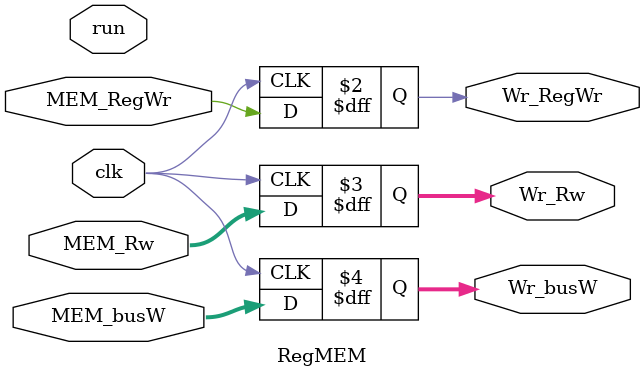
<source format=v>
module RegMEM(clk,run,
			MEM_RegWr,MEM_Rw,MEM_busW,
			Wr_RegWr,Wr_Rw,Wr_busW);
input clk,run;
input MEM_RegWr;
input [4:0]MEM_Rw;
input [31:0]MEM_busW;

output reg Wr_RegWr;
output reg[4:0]Wr_Rw;
output reg[31:0]Wr_busW;

always@(negedge clk)
begin
	Wr_RegWr=MEM_RegWr;
	Wr_Rw=MEM_Rw;
	Wr_busW=MEM_busW;
end
endmodule
</source>
